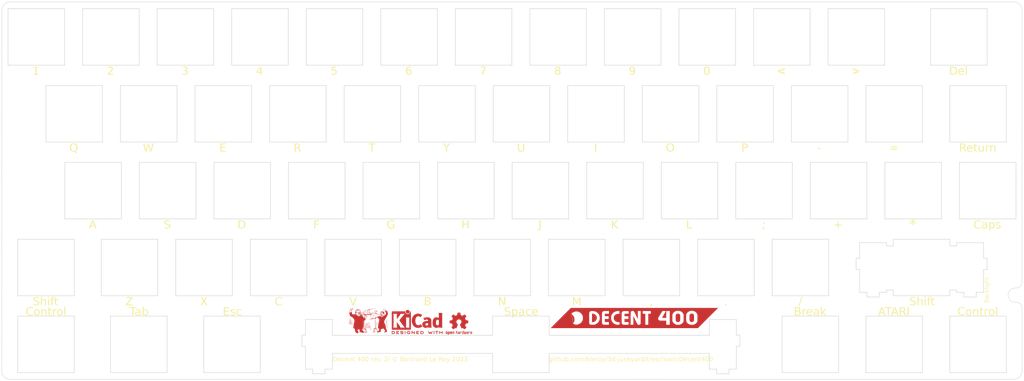
<source format=kicad_pcb>
(kicad_pcb (version 20240108) (generator "pcbnew") (generator_version "8.0")
  (title_block (title "Decent400 Plate") (date "2024-04-14") (rev "2i") (company "Decent Consulting"))
  (layers (0 "F.Cu" signal) (31 "B.Cu" signal) (34 "B.Paste" user) (35 "F.Paste" user) (36 "B.SilkS" user "B.Silkscreen") (37 "F.SilkS" user "F.Silkscreen") (38 "B.Mask" user) (39 "F.Mask" user) (44 "Edge.Cuts" user))
  (net 0 "")
  (footprint "Library:MX-1-25U-Hole-no-silk" (layer "F.Cu") (at 83.996056 117.912532)
    (property "Reference" "SWEsc1" (hide yes))
    (property "Value" "Esc" (hide yes))
    (fp_line (start -7 -7) (end -7 7) (stroke (width 0.12)) (layer "Edge.Cuts"))
    (fp_line (start -7 -7) (end 7 -7) (stroke (width 0.12)) (layer "Edge.Cuts"))
    (fp_line (start -7 7) (end 7 7) (stroke (width 0.12)) (layer "Edge.Cuts"))
    (fp_line (start 7 -7) (end 7 7) (stroke (width 0.12)) (layer "Edge.Cuts"))
  )
  (footprint "Library:MX-1-00U-Hole-no-silk" (layer "F.Cu") (at 123.43551 79.812532)
    (property "Reference" "SWG1" (hide yes))
    (property "Value" "G" (hide yes))
    (fp_line (start -7 -7) (end -7 7) (stroke (width 0.12)) (layer "Edge.Cuts"))
    (fp_line (start -7 -7) (end 7 -7) (stroke (width 0.12)) (layer "Edge.Cuts"))
    (fp_line (start -7 7) (end 7 7) (stroke (width 0.12)) (layer "Edge.Cuts"))
    (fp_line (start 7 -7) (end 7 7) (stroke (width 0.12)) (layer "Edge.Cuts"))
  )
  (footprint "Library:MX-1-00U-Hole-no-silk" (layer "F.Cu") (at 206.258364 98.862532)
    (property "Reference" "SWPeriod1" (hide yes))
    (property "Value" "Period" (hide yes))
    (fp_line (start -7 -7) (end -7 7) (stroke (width 0.12)) (layer "Edge.Cuts"))
    (fp_line (start -7 -7) (end 7 -7) (stroke (width 0.12)) (layer "Edge.Cuts"))
    (fp_line (start -7 7) (end 7 7) (stroke (width 0.12)) (layer "Edge.Cuts"))
    (fp_line (start 7 -7) (end 7 7) (stroke (width 0.12)) (layer "Edge.Cuts"))
  )
  (footprint "Library:MX-1-00U-Hole-no-silk" (layer "F.Cu") (at 238.554068 41.712532)
    (property "Reference" "SWGT1" (hide yes))
    (property "Value" "GreaterThan" (hide yes))
    (fp_line (start -7 -7) (end -7 7) (stroke (width 0.12)) (layer "Edge.Cuts"))
    (fp_line (start -7 -7) (end 7 -7) (stroke (width 0.12)) (layer "Edge.Cuts"))
    (fp_line (start -7 7) (end 7 7) (stroke (width 0.12)) (layer "Edge.Cuts"))
    (fp_line (start 7 -7) (end 7 7) (stroke (width 0.12)) (layer "Edge.Cuts"))
  )
  (footprint "Symbol:OSHW-Logo2_7.3x6mm_Copper" (layer "F.Cu") (at 140.1725 112.812532)
    (property "Reference" "REF**" (hide yes))
    (property "Value" "OSHW-Logo2_7.3x6mm_Copper" (hide yes))
  )
  (footprint "Library:MX-1-00U-Hole-no-silk" (layer "F.Cu") (at 100.292736 60.762532)
    (property "Reference" "SWR1" (hide yes))
    (property "Value" "R" (hide yes))
    (fp_line (start -7 -7) (end -7 7) (stroke (width 0.12)) (layer "Edge.Cuts"))
    (fp_line (start -7 -7) (end 7 -7) (stroke (width 0.12)) (layer "Edge.Cuts"))
    (fp_line (start -7 7) (end 7 7) (stroke (width 0.12)) (layer "Edge.Cuts"))
    (fp_line (start 7 -7) (end 7 7) (stroke (width 0.12)) (layer "Edge.Cuts"))
  )
  (footprint "Library:MX-1-00U-Hole-no-silk" (layer "F.Cu") (at 178.799574 79.812532)
    (property "Reference" "SWK1" (hide yes))
    (property "Value" "K" (hide yes))
    (fp_line (start -7 -7) (end -7 7) (stroke (width 0.12)) (layer "Edge.Cuts"))
    (fp_line (start -7 -7) (end 7 -7) (stroke (width 0.12)) (layer "Edge.Cuts"))
    (fp_line (start -7 7) (end 7 7) (stroke (width 0.12)) (layer "Edge.Cuts"))
    (fp_line (start 7 -7) (end 7 7) (stroke (width 0.12)) (layer "Edge.Cuts"))
  )
  (footprint "Library:MX-1-00U-Hole-no-silk" (layer "F.Cu") (at 146.280628 41.712532)
    (property "Reference" "SW7" (hide yes))
    (property "Value" "7" (hide yes))
    (fp_line (start -7 -7) (end -7 7) (stroke (width 0.12)) (layer "Edge.Cuts"))
    (fp_line (start -7 -7) (end 7 -7) (stroke (width 0.12)) (layer "Edge.Cuts"))
    (fp_line (start -7 7) (end 7 7) (stroke (width 0.12)) (layer "Edge.Cuts"))
    (fp_line (start 7 -7) (end 7 7) (stroke (width 0.12)) (layer "Edge.Cuts"))
  )
  (footprint "Library:MX-1-00U-Hole-no-silk" (layer "F.Cu") (at 77.075548 98.862532)
    (property "Reference" "SWX1" (hide yes))
    (property "Value" "X" (hide yes))
    (fp_line (start -7 -7) (end -7 7) (stroke (width 0.12)) (layer "Edge.Cuts"))
    (fp_line (start -7 -7) (end 7 -7) (stroke (width 0.12)) (layer "Edge.Cuts"))
    (fp_line (start -7 7) (end 7 7) (stroke (width 0.12)) (layer "Edge.Cuts"))
    (fp_line (start 7 -7) (end 7 7) (stroke (width 0.12)) (layer "Edge.Cuts"))
  )
  (footprint "Library:MX-1-00U-Hole-no-silk" (layer "F.Cu") (at 160.344886 79.812532)
    (property "Reference" "SWJ1" (hide yes))
    (property "Value" "J" (hide yes))
    (fp_line (start -7 -7) (end -7 7) (stroke (width 0.12)) (layer "Edge.Cuts"))
    (fp_line (start -7 -7) (end 7 -7) (stroke (width 0.12)) (layer "Edge.Cuts"))
    (fp_line (start -7 7) (end 7 7) (stroke (width 0.12)) (layer "Edge.Cuts"))
    (fp_line (start 7 -7) (end 7 7) (stroke (width 0.12)) (layer "Edge.Cuts"))
  )
  (footprint "Library:MX-1-00U-Hole-no-silk" (layer "F.Cu") (at 183.190004 41.712532)
    (property "Reference" "SW9" (hide yes))
    (property "Value" "9" (hide yes))
    (fp_line (start -7 -7) (end -7 7) (stroke (width 0.12)) (layer "Edge.Cuts"))
    (fp_line (start -7 -7) (end 7 -7) (stroke (width 0.12)) (layer "Edge.Cuts"))
    (fp_line (start -7 7) (end 7 7) (stroke (width 0.12)) (layer "Edge.Cuts"))
    (fp_line (start 7 -7) (end 7 7) (stroke (width 0.12)) (layer "Edge.Cuts"))
  )
  (footprint "Library:MX-1-00U-Hole-no-silk" (layer "F.Cu") (at 137.202112 60.762532)
    (property "Reference" "SWY1" (hide yes))
    (property "Value" "Y" (hide yes))
    (fp_line (start -7 -7) (end -7 7) (stroke (width 0.12)) (layer "Edge.Cuts"))
    (fp_line (start -7 -7) (end 7 -7) (stroke (width 0.12)) (layer "Edge.Cuts"))
    (fp_line (start -7 7) (end 7 7) (stroke (width 0.12)) (layer "Edge.Cuts"))
    (fp_line (start 7 -7) (end 7 7) (stroke (width 0.12)) (layer "Edge.Cuts"))
  )
  (footprint "Library:MX-1-00U-Hole-no-silk" (layer "F.Cu") (at 197.254262 79.812532)
    (property "Reference" "SWL1" (hide yes))
    (property "Value" "L" (hide yes))
    (fp_line (start -7 -7) (end -7 7) (stroke (width 0.12)) (layer "Edge.Cuts"))
    (fp_line (start -7 -7) (end 7 -7) (stroke (width 0.12)) (layer "Edge.Cuts"))
    (fp_line (start -7 7) (end 7 7) (stroke (width 0.12)) (layer "Edge.Cuts"))
    (fp_line (start 7 -7) (end 7 7) (stroke (width 0.12)) (layer "Edge.Cuts"))
  )
  (footprint "Library:MX-1-00U-Hole-no-silk" (layer "F.Cu") (at 187.803676 98.862532)
    (property "Reference" "SWComma1" (hide yes))
    (property "Value" "Comma" (hide yes))
    (fp_line (start -7 -7) (end -7 7) (stroke (width 0.12)) (layer "Edge.Cuts"))
    (fp_line (start -7 -7) (end 7 -7) (stroke (width 0.12)) (layer "Edge.Cuts"))
    (fp_line (start -7 7) (end 7 7) (stroke (width 0.12)) (layer "Edge.Cuts"))
    (fp_line (start 7 -7) (end 7 7) (stroke (width 0.12)) (layer "Edge.Cuts"))
  )
  (footprint "Library:MX-1-00U-Hole-no-silk" (layer "F.Cu") (at 95.530236 98.862532)
    (property "Reference" "SWC1" (hide yes))
    (property "Value" "C" (hide yes))
    (fp_line (start -7 -7) (end -7 7) (stroke (width 0.12)) (layer "Edge.Cuts"))
    (fp_line (start -7 -7) (end 7 -7) (stroke (width 0.12)) (layer "Edge.Cuts"))
    (fp_line (start -7 7) (end 7 7) (stroke (width 0.12)) (layer "Edge.Cuts"))
    (fp_line (start 7 -7) (end 7 7) (stroke (width 0.12)) (layer "Edge.Cuts"))
  )
  (footprint "Library:MX-1-00U-Hole-no-silk" (layer "F.Cu") (at 113.984924 98.862532)
    (property "Reference" "SWV1" (hide yes))
    (property "Value" "V" (hide yes))
    (fp_line (start -7 -7) (end -7 7) (stroke (width 0.12)) (layer "Edge.Cuts"))
    (fp_line (start -7 -7) (end 7 -7) (stroke (width 0.12)) (layer "Edge.Cuts"))
    (fp_line (start -7 7) (end 7 7) (stroke (width 0.12)) (layer "Edge.Cuts"))
    (fp_line (start 7 -7) (end 7 7) (stroke (width 0.12)) (layer "Edge.Cuts"))
  )
  (footprint "Library:MX-1-00U-Hole-no-silk" (layer "F.Cu") (at 54.007188 41.712532)
    (property "Reference" "SW2" (hide yes))
    (property "Value" "2" (hide yes))
    (fp_line (start -7 -7) (end -7 7) (stroke (width 0.12)) (layer "Edge.Cuts"))
    (fp_line (start -7 -7) (end 7 -7) (stroke (width 0.12)) (layer "Edge.Cuts"))
    (fp_line (start -7 7) (end 7 7) (stroke (width 0.12)) (layer "Edge.Cuts"))
    (fp_line (start 7 -7) (end 7 7) (stroke (width 0.12)) (layer "Edge.Cuts"))
  )
  (footprint "Library:MX-1-00U-Hole-no-silk" (layer "F.Cu") (at 49.616758 79.812532)
    (property "Reference" "SWA1" (hide yes))
    (property "Value" "A" (hide yes))
    (fp_line (start -7 -7) (end -7 7) (stroke (width 0.12)) (layer "Edge.Cuts"))
    (fp_line (start -7 -7) (end 7 -7) (stroke (width 0.12)) (layer "Edge.Cuts"))
    (fp_line (start -7 7) (end 7 7) (stroke (width 0.12)) (layer "Edge.Cuts"))
    (fp_line (start 7 -7) (end 7 7) (stroke (width 0.12)) (layer "Edge.Cuts"))
  )
  (footprint "Library:MX-1-00U-Hole-no-silk" (layer "F.Cu") (at 174.111488 60.762532)
    (property "Reference" "SWI1" (hide yes))
    (property "Value" "I" (hide yes))
    (fp_line (start -7 -7) (end -7 7) (stroke (width 0.12)) (layer "Edge.Cuts"))
    (fp_line (start -7 -7) (end 7 -7) (stroke (width 0.12)) (layer "Edge.Cuts"))
    (fp_line (start -7 7) (end 7 7) (stroke (width 0.12)) (layer "Edge.Cuts"))
    (fp_line (start 7 -7) (end 7 7) (stroke (width 0.12)) (layer "Edge.Cuts"))
  )
  (footprint "Library:MX-1-00U-Hole-no-silk" (layer "F.Cu") (at 201.644692 41.712532)
    (property "Reference" "SW0" (hide yes))
    (property "Value" "0" (hide yes))
    (fp_line (start -7 -7) (end -7 7) (stroke (width 0.12)) (layer "Edge.Cuts"))
    (fp_line (start -7 -7) (end 7 -7) (stroke (width 0.12)) (layer "Edge.Cuts"))
    (fp_line (start -7 7) (end 7 7) (stroke (width 0.12)) (layer "Edge.Cuts"))
    (fp_line (start 7 -7) (end 7 7) (stroke (width 0.12)) (layer "Edge.Cuts"))
  )
  (footprint "Library:MX-1-25U-Hole-no-silk" (layer "F.Cu") (at 37.93375 117.912532)
    (property "Reference" "SWCtl1" (hide yes))
    (property "Value" "Control" (hide yes))
    (fp_line (start -7 -7) (end -7 7) (stroke (width 0.12)) (layer "Edge.Cuts"))
    (fp_line (start -7 -7) (end 7 -7) (stroke (width 0.12)) (layer "Edge.Cuts"))
    (fp_line (start -7 7) (end 7 7) (stroke (width 0.12)) (layer "Edge.Cuts"))
    (fp_line (start 7 -7) (end 7 7) (stroke (width 0.12)) (layer "Edge.Cuts"))
  )
  (footprint "Library:MX-1-75U-Hole" (layer "F.Cu") (at 263.929264 41.712532)
    (property "Reference" "SWDel1" (hide yes))
    (property "Value" "Del" (hide yes))
    (fp_line (start -7 -7) (end -7 7) (stroke (width 0.12)) (layer "Edge.Cuts"))
    (fp_line (start -7 -7) (end 7 -7) (stroke (width 0.12)) (layer "Edge.Cuts"))
    (fp_line (start -7 7) (end 7 7) (stroke (width 0.12)) (layer "Edge.Cuts"))
    (fp_line (start 7 -7) (end 7 7) (stroke (width 0.12)) (layer "Edge.Cuts"))
  )
  (footprint "Library:MX-1-00U-Hole-no-silk" (layer "F.Cu") (at 118.747424 60.762532)
    (property "Reference" "SWT1" (hide yes))
    (property "Value" "T" (hide yes))
    (fp_line (start -7 -7) (end -7 7) (stroke (width 0.12)) (layer "Edge.Cuts"))
    (fp_line (start -7 -7) (end 7 -7) (stroke (width 0.12)) (layer "Edge.Cuts"))
    (fp_line (start -7 7) (end 7 7) (stroke (width 0.12)) (layer "Edge.Cuts"))
    (fp_line (start 7 -7) (end 7 7) (stroke (width 0.12)) (layer "Edge.Cuts"))
  )
  (footprint "Library:MX-1-00U-Hole-no-silk" (layer "F.Cu") (at 155.6568 60.762532)
    (property "Reference" "SWU1" (hide yes))
    (property "Value" "U" (hide yes))
    (fp_line (start -7 -7) (end -7 7) (stroke (width 0.12)) (layer "Edge.Cuts"))
    (fp_line (start -7 -7) (end 7 -7) (stroke (width 0.12)) (layer "Edge.Cuts"))
    (fp_line (start -7 7) (end 7 7) (stroke (width 0.12)) (layer "Edge.Cuts"))
    (fp_line (start 7 -7) (end 7 7) (stroke (width 0.12)) (layer "Edge.Cuts"))
  )
  (footprint "Library:MX-1-25U-Hole-no-silk" (layer "F.Cu") (at 37.93375 98.862532)
    (property "Reference" "SWLeftSft1" (hide yes))
    (property "Value" "Shift" (hide yes))
    (fp_line (start -7 -7) (end -7 7) (stroke (width 0.12)) (layer "Edge.Cuts"))
    (fp_line (start -7 -7) (end 7 -7) (stroke (width 0.12)) (layer "Edge.Cuts"))
    (fp_line (start -7 7) (end 7 7) (stroke (width 0.12)) (layer "Edge.Cuts"))
    (fp_line (start 7 -7) (end 7 7) (stroke (width 0.12)) (layer "Edge.Cuts"))
  )
  (footprint "Library:MX-1-00U-Hole-no-silk" (layer "F.Cu") (at 81.838048 60.762532)
    (property "Reference" "SWE1" (hide yes))
    (property "Value" "E" (hide yes))
    (fp_line (start -7 -7) (end -7 7) (stroke (width 0.12)) (layer "Edge.Cuts"))
    (fp_line (start -7 -7) (end 7 -7) (stroke (width 0.12)) (layer "Edge.Cuts"))
    (fp_line (start -7 7) (end 7 7) (stroke (width 0.12)) (layer "Edge.Cuts"))
    (fp_line (start 7 -7) (end 7 7) (stroke (width 0.12)) (layer "Edge.Cuts"))
  )
  (footprint "Library:MX-1-00U-Hole-no-silk" (layer "F.Cu") (at 109.371252 41.712532)
    (property "Reference" "SW5" (hide yes))
    (property "Value" "5" (hide yes))
    (fp_line (start -7 -7) (end -7 7) (stroke (width 0.12)) (layer "Edge.Cuts"))
    (fp_line (start -7 -7) (end 7 -7) (stroke (width 0.12)) (layer "Edge.Cuts"))
    (fp_line (start -7 7) (end 7 7) (stroke (width 0.12)) (layer "Edge.Cuts"))
    (fp_line (start 7 -7) (end 7 7) (stroke (width 0.12)) (layer "Edge.Cuts"))
  )
  (footprint "Library:MX-1-00U-Hole-no-silk" (layer "F.Cu") (at 252.618326 79.812532)
    (property "Reference" "SWStar1" (hide yes))
    (property "Value" "Star" (hide yes))
    (fp_line (start -7 -7) (end -7 7) (stroke (width 0.12)) (layer "Edge.Cuts"))
    (fp_line (start -7 -7) (end 7 -7) (stroke (width 0.12)) (layer "Edge.Cuts"))
    (fp_line (start -7 7) (end 7 7) (stroke (width 0.12)) (layer "Edge.Cuts"))
    (fp_line (start 7 -7) (end 7 7) (stroke (width 0.12)) (layer "Edge.Cuts"))
  )
  (footprint "Library:MX-1-00U-Hole-no-silk" (layer "F.Cu") (at 169.348988 98.862532)
    (property "Reference" "SWM1" (hide yes))
    (property "Value" "M" (hide yes))
    (fp_line (start -7 -7) (end -7 7) (stroke (width 0.12)) (layer "Edge.Cuts"))
    (fp_line (start -7 -7) (end 7 -7) (stroke (width 0.12)) (layer "Edge.Cuts"))
    (fp_line (start -7 7) (end 7 7) (stroke (width 0.12)) (layer "Edge.Cuts"))
    (fp_line (start 7 -7) (end 7 7) (stroke (width 0.12)) (layer "Edge.Cuts"))
  )
  (footprint "Library:MX-1-00U-Hole-no-silk" (layer "F.Cu") (at 104.980822 79.812532)
    (property "Reference" "SWF1" (hide yes))
    (property "Value" "F" (hide yes))
    (fp_line (start -7 -7) (end -7 7) (stroke (width 0.12)) (layer "Edge.Cuts"))
    (fp_line (start -7 -7) (end 7 -7) (stroke (width 0.12)) (layer "Edge.Cuts"))
    (fp_line (start -7 7) (end 7 7) (stroke (width 0.12)) (layer "Edge.Cuts"))
    (fp_line (start 7 -7) (end 7 7) (stroke (width 0.12)) (layer "Edge.Cuts"))
  )
  (footprint "Library:MX-1-25U-Hole-no-silk" (layer "F.Cu") (at 227.168716 117.912532)
    (property "Reference" "SWBrk1" (hide yes))
    (property "Value" "Break" (hide yes))
    (fp_line (start -7 -7) (end -7 7) (stroke (width 0.12)) (layer "Edge.Cuts"))
    (fp_line (start -7 -7) (end 7 -7) (stroke (width 0.12)) (layer "Edge.Cuts"))
    (fp_line (start -7 7) (end 7 7) (stroke (width 0.12)) (layer "Edge.Cuts"))
    (fp_line (start 7 -7) (end 7 7) (stroke (width 0.12)) (layer "Edge.Cuts"))
  )
  (footprint "Library:MX-1-00U-Hole-no-silk" (layer "F.Cu") (at 72.461876 41.712532)
    (property "Reference" "SW3" (hide yes))
    (property "Value" "3" (hide yes))
    (fp_line (start -7 -7) (end -7 7) (stroke (width 0.12)) (layer "Edge.Cuts"))
    (fp_line (start -7 -7) (end 7 -7) (stroke (width 0.12)) (layer "Edge.Cuts"))
    (fp_line (start -7 7) (end 7 7) (stroke (width 0.12)) (layer "Edge.Cuts"))
    (fp_line (start 7 -7) (end 7 7) (stroke (width 0.12)) (layer "Edge.Cuts"))
  )
  (footprint "Symbol:KiCad-Logo2_5mm_Copper" (layer "F.Cu") (at 129.8325 112.352532)
    (property "Reference" "REF**" (hide yes))
    (property "Value" "KiCad-Logo2_5mm_Copper" (hide yes))
  )
  (footprint "Library:MX-1-25U-Hole-no-silk" (layer "F.Cu") (at 60.927696 117.912532)
    (property "Reference" "SWTab1" (hide yes))
    (property "Value" "Tab" (hide yes))
    (fp_line (start -7 -7) (end -7 7) (stroke (width 0.12)) (layer "Edge.Cuts"))
    (fp_line (start -7 -7) (end 7 -7) (stroke (width 0.12)) (layer "Edge.Cuts"))
    (fp_line (start -7 7) (end 7 7) (stroke (width 0.12)) (layer "Edge.Cuts"))
    (fp_line (start 7 -7) (end 7 7) (stroke (width 0.12)) (layer "Edge.Cuts"))
  )
  (footprint "Library:MX-1-00U-Hole-no-silk" (layer "F.Cu") (at 234.163638 79.812532)
    (property "Reference" "SWPlus1" (hide yes))
    (property "Value" "Plus" (hide yes))
    (fp_line (start -7 -7) (end -7 7) (stroke (width 0.12)) (layer "Edge.Cuts"))
    (fp_line (start -7 -7) (end 7 -7) (stroke (width 0.12)) (layer "Edge.Cuts"))
    (fp_line (start -7 7) (end 7 7) (stroke (width 0.12)) (layer "Edge.Cuts"))
    (fp_line (start 7 -7) (end 7 7) (stroke (width 0.12)) (layer "Edge.Cuts"))
  )
  (footprint "LOGO" (layer "F.Cu") (at 117.7525 111.442532)
    (property "Reference" "G***" (hide yes))
    (property "Value" "LOGOGO" (hide yes))
  )
  (footprint "Library:MX-1-00U-Hole-no-silk" (layer "F.Cu") (at 220.09938 41.712532)
    (property "Reference" "SWLT1" (hide yes))
    (property "Value" "LessThan" (hide yes))
    (fp_line (start -7 -7) (end -7 7) (stroke (width 0.12)) (layer "Edge.Cuts"))
    (fp_line (start -7 -7) (end 7 -7) (stroke (width 0.12)) (layer "Edge.Cuts"))
    (fp_line (start -7 7) (end 7 7) (stroke (width 0.12)) (layer "Edge.Cuts"))
    (fp_line (start 7 -7) (end 7 7) (stroke (width 0.12)) (layer "Edge.Cuts"))
  )
  (footprint "Library:MX-1-00U-Hole-no-silk" (layer "F.Cu") (at 164.735316 41.712532)
    (property "Reference" "SW8" (hide yes))
    (property "Value" "8" (hide yes))
    (fp_line (start -7 -7) (end -7 7) (stroke (width 0.12)) (layer "Edge.Cuts"))
    (fp_line (start -7 -7) (end 7 -7) (stroke (width 0.12)) (layer "Edge.Cuts"))
    (fp_line (start -7 7) (end 7 7) (stroke (width 0.12)) (layer "Edge.Cuts"))
    (fp_line (start 7 -7) (end 7 7) (stroke (width 0.12)) (layer "Edge.Cuts"))
  )
  (footprint "Library:MX-1-00U-Hole-no-silk" (layer "F.Cu") (at 215.70895 79.812532)
    (property "Reference" "SWSemi1" (hide yes))
    (property "Value" "Semicolon" (hide yes))
    (fp_line (start -7 -7) (end -7 7) (stroke (width 0.12)) (layer "Edge.Cuts"))
    (fp_line (start -7 -7) (end 7 -7) (stroke (width 0.12)) (layer "Edge.Cuts"))
    (fp_line (start -7 7) (end 7 7) (stroke (width 0.12)) (layer "Edge.Cuts"))
    (fp_line (start 7 -7) (end 7 7) (stroke (width 0.12)) (layer "Edge.Cuts"))
  )
  (footprint "Library:MX-1-00U-Hole-no-silk" (layer "F.Cu") (at 247.93024 117.912532)
    (property "Reference" "SWInv1" (hide yes))
    (property "Value" "Atari" (hide yes))
    (fp_line (start -7 -7) (end -7 7) (stroke (width 0.12)) (layer "Edge.Cuts"))
    (fp_line (start -7 -7) (end 7 -7) (stroke (width 0.12)) (layer "Edge.Cuts"))
    (fp_line (start -7 7) (end 7 7) (stroke (width 0.12)) (layer "Edge.Cuts"))
    (fp_line (start 7 -7) (end 7 7) (stroke (width 0.12)) (layer "Edge.Cuts"))
  )
  (footprint "Library:MX-1-25U-Hole-no-silk" (layer "F.Cu") (at 268.691764 117.912532)
    (property "Reference" "SWCtl2" (hide yes))
    (property "Value" "Control" (hide yes))
    (fp_line (start -7 -7) (end -7 7) (stroke (width 0.12)) (layer "Edge.Cuts"))
    (fp_line (start -7 -7) (end 7 -7) (stroke (width 0.12)) (layer "Edge.Cuts"))
    (fp_line (start -7 7) (end 7 7) (stroke (width 0.12)) (layer "Edge.Cuts"))
    (fp_line (start 7 -7) (end 7 7) (stroke (width 0.12)) (layer "Edge.Cuts"))
  )
  (footprint "Library:MX-1-00U-Hole-no-silk" (layer "F.Cu") (at 63.38336 60.762532)
    (property "Reference" "SWW1" (hide yes))
    (property "Value" "W" (hide yes))
    (fp_line (start -7 -7) (end -7 7) (stroke (width 0.12)) (layer "Edge.Cuts"))
    (fp_line (start -7 -7) (end 7 -7) (stroke (width 0.12)) (layer "Edge.Cuts"))
    (fp_line (start -7 7) (end 7 7) (stroke (width 0.12)) (layer "Edge.Cuts"))
    (fp_line (start 7 -7) (end 7 7) (stroke (width 0.12)) (layer "Edge.Cuts"))
  )
  (footprint "Library:MX-1-00U-Hole-no-silk" (layer "F.Cu") (at 150.8943 98.862532)
    (property "Reference" "SWN1" (hide yes))
    (property "Value" "N" (hide yes))
    (fp_line (start -7 -7) (end -7 7) (stroke (width 0.12)) (layer "Edge.Cuts"))
    (fp_line (start -7 -7) (end 7 -7) (stroke (width 0.12)) (layer "Edge.Cuts"))
    (fp_line (start -7 7) (end 7 7) (stroke (width 0.12)) (layer "Edge.Cuts"))
    (fp_line (start 7 -7) (end 7 7) (stroke (width 0.12)) (layer "Edge.Cuts"))
  )
  (footprint "Library:MX-1-00U-Hole-no-silk" (layer "F.Cu") (at 35.5525 41.712532)
    (property "Reference" "SW1" (hide yes))
    (property "Value" "1" (hide yes))
    (fp_line (start -7 -7) (end -7 7) (stroke (width 0.12)) (layer "Edge.Cuts"))
    (fp_line (start -7 -7) (end 7 -7) (stroke (width 0.12)) (layer "Edge.Cuts"))
    (fp_line (start -7 7) (end 7 7) (stroke (width 0.12)) (layer "Edge.Cuts"))
    (fp_line (start 7 -7) (end 7 7) (stroke (width 0.12)) (layer "Edge.Cuts"))
  )
  (footprint "Library:MX-1-00U-Hole-no-silk" (layer "F.Cu") (at 271.073014 79.812532)
    (property "Reference" "SWCps1" (hide yes))
    (property "Value" "Caps" (hide yes))
    (fp_line (start -7 -7) (end -7 7) (stroke (width 0.12)) (layer "Edge.Cuts"))
    (fp_line (start -7 -7) (end 7 -7) (stroke (width 0.12)) (layer "Edge.Cuts"))
    (fp_line (start -7 7) (end 7 7) (stroke (width 0.12)) (layer "Edge.Cuts"))
    (fp_line (start 7 -7) (end 7 7) (stroke (width 0.12)) (layer "Edge.Cuts"))
  )
  (footprint "Library:MX-1-00U-Hole-no-silk" (layer "F.Cu") (at 44.928672 60.762532)
    (property "Reference" "SWQ1" (hide yes))
    (property "Value" "Q" (hide yes))
    (fp_line (start -7 -7) (end -7 7) (stroke (width 0.12)) (layer "Edge.Cuts"))
    (fp_line (start -7 -7) (end 7 -7) (stroke (width 0.12)) (layer "Edge.Cuts"))
    (fp_line (start -7 7) (end 7 7) (stroke (width 0.12)) (layer "Edge.Cuts"))
    (fp_line (start 7 -7) (end 7 7) (stroke (width 0.12)) (layer "Edge.Cuts"))
  )
  (footprint "Library:MX-1-00U-Hole-no-silk" (layer "F.Cu") (at 127.82594 41.712532)
    (property "Reference" "SW6" (hide yes))
    (property "Value" "6" (hide yes))
    (fp_line (start -7 -7) (end -7 7) (stroke (width 0.12)) (layer "Edge.Cuts"))
    (fp_line (start -7 -7) (end 7 -7) (stroke (width 0.12)) (layer "Edge.Cuts"))
    (fp_line (start -7 7) (end 7 7) (stroke (width 0.12)) (layer "Edge.Cuts"))
    (fp_line (start 7 -7) (end 7 7) (stroke (width 0.12)) (layer "Edge.Cuts"))
  )
  (footprint "Library:MX-1-00U-Hole-no-silk" (layer "F.Cu") (at 86.526134 79.812532)
    (property "Reference" "SWD1" (hide yes))
    (property "Value" "D" (hide yes))
    (fp_line (start -7 -7) (end -7 7) (stroke (width 0.12)) (layer "Edge.Cuts"))
    (fp_line (start -7 -7) (end 7 -7) (stroke (width 0.12)) (layer "Edge.Cuts"))
    (fp_line (start -7 7) (end 7 7) (stroke (width 0.12)) (layer "Edge.Cuts"))
    (fp_line (start 7 -7) (end 7 7) (stroke (width 0.12)) (layer "Edge.Cuts"))
  )
  (footprint "Library:MX-6-25U-Hole" (layer "F.Cu") (at 155.507972 117.912532)
    (property "Reference" "SWSpc1" (hide yes))
    (property "Value" "Space" (hide yes))
    (fp_line (start -54.2164 -2.286) (end -54.2164 0.508) (stroke (width 0.12)) (layer "Edge.Cuts"))
    (fp_line (start -53.33 -6.1468) (end -53.33 -2.286) (stroke (width 0.12)) (layer "Edge.Cuts"))
    (fp_line (start -53.33 -2.286) (end -54.2164 -2.286) (stroke (width 0.12)) (layer "Edge.Cuts"))
    (fp_line (start -53.33 0.508) (end -54.2164 0.508) (stroke (width 0.12)) (layer "Edge.Cuts"))
    (fp_line (start -53.33 0.508) (end -53.33 6.1468) (stroke (width 0.12)) (layer "Edge.Cuts"))
    (fp_line (start -51.524 6.1468) (end -53.33 6.1468) (stroke (width 0.12)) (layer "Edge.Cuts"))
    (fp_line (start -51.524 6.1468) (end -51.524 7.3152) (stroke (width 0.12)) (layer "Edge.Cuts"))
    (fp_line (start -48.476 6.1468) (end -48.476 7.3152) (stroke (width 0.12)) (layer "Edge.Cuts"))
    (fp_line (start -48.476 7.3152) (end -51.524 7.3152) (stroke (width 0.12)) (layer "Edge.Cuts"))
    (fp_line (start -46.67 -6.1468) (end -53.33 -6.1468) (stroke (width 0.12)) (layer "Edge.Cuts"))
    (fp_line (start -46.67 -6.1468) (end -46.67 -2.25) (stroke (width 0.12)) (layer "Edge.Cuts"))
    (fp_line (start -46.67 -2.25) (end -7 -2.25) (stroke (width 0.12)) (layer "Edge.Cuts"))
    (fp_line (start -46.67 2.25) (end -7 2.25) (stroke (width 0.12)) (layer "Edge.Cuts"))
    (fp_line (start -46.67 6.1468) (end -48.476 6.1468) (stroke (width 0.12)) (layer "Edge.Cuts"))
    (fp_line (start -46.67 6.1468) (end -46.67 2.25) (stroke (width 0.12)) (layer "Edge.Cuts"))
    (fp_line (start -7 -7) (end -7 -2.25) (stroke (width 0.12)) (layer "Edge.Cuts"))
    (fp_line (start -7 -7) (end 7 -7) (stroke (width 0.12)) (layer "Edge.Cuts"))
    (fp_line (start -7 7) (end -7 2.25) (stroke (width 0.12)) (layer "Edge.Cuts"))
    (fp_line (start -7 7) (end 7 7) (stroke (width 0.12)) (layer "Edge.Cuts"))
    (fp_line (start 7 -7) (end 7 -2.25) (stroke (width 0.12)) (layer "Edge.Cuts"))
    (fp_line (start 7 7) (end 7 2.25) (stroke (width 0.12)) (layer "Edge.Cuts"))
    (fp_line (start 46.67 -6.1468) (end 46.67 -2.25) (stroke (width 0.12)) (layer "Edge.Cuts"))
    (fp_line (start 46.67 -6.1468) (end 53.33 -6.1468) (stroke (width 0.12)) (layer "Edge.Cuts"))
    (fp_line (start 46.67 -2.25) (end 7 -2.25) (stroke (width 0.12)) (layer "Edge.Cuts"))
    (fp_line (start 46.67 2.25) (end 7 2.25) (stroke (width 0.12)) (layer "Edge.Cuts"))
    (fp_line (start 46.67 6.1468) (end 46.67 2.25) (stroke (width 0.12)) (layer "Edge.Cuts"))
    (fp_line (start 46.67 6.1468) (end 48.476 6.1468) (stroke (width 0.12)) (layer "Edge.Cuts"))
    (fp_line (start 48.476 6.1468) (end 48.476 7.3152) (stroke (width 0.12)) (layer "Edge.Cuts"))
    (fp_line (start 48.476 7.3152) (end 51.524 7.3152) (stroke (width 0.12)) (layer "Edge.Cuts"))
    (fp_line (start 51.524 6.1468) (end 51.524 7.3152) (stroke (width 0.12)) (layer "Edge.Cuts"))
    (fp_line (start 51.524 6.1468) (end 53.33 6.1468) (stroke (width 0.12)) (layer "Edge.Cuts"))
    (fp_line (start 53.33 -6.1468) (end 53.33 -2.286) (stroke (width 0.12)) (layer "Edge.Cuts"))
    (fp_line (start 53.33 -2.286) (end 54.2164 -2.286) (stroke (width 0.12)) (layer "Edge.Cuts"))
    (fp_line (start 53.33 0.508) (end 53.33 6.1468) (stroke (width 0.12)) (layer "Edge.Cuts"))
    (fp_line (start 53.33 0.508) (end 54.2164 0.508) (stroke (width 0.12)) (layer "Edge.Cuts"))
    (fp_line (start 54.2164 -2.286) (end 54.2164 0.508) (stroke (width 0.12)) (layer "Edge.Cuts"))
  )
  (footprint "Library:MX-1-00U-Hole-no-silk" (layer "F.Cu") (at 68.071446 79.812532)
    (property "Reference" "SWS1" (hide yes))
    (property "Value" "S" (hide yes))
    (fp_line (start -7 -7) (end -7 7) (stroke (width 0.12)) (layer "Edge.Cuts"))
    (fp_line (start -7 -7) (end 7 -7) (stroke (width 0.12)) (layer "Edge.Cuts"))
    (fp_line (start -7 7) (end 7 7) (stroke (width 0.12)) (layer "Edge.Cuts"))
    (fp_line (start 7 -7) (end 7 7) (stroke (width 0.12)) (layer "Edge.Cuts"))
  )
  (footprint "Library:MX-1-00U-Hole-no-silk" (layer "F.Cu") (at 132.439612 98.862532)
    (property "Reference" "SWB1" (hide yes))
    (property "Value" "B" (hide yes))
    (fp_line (start -7 -7) (end -7 7) (stroke (width 0.12)) (layer "Edge.Cuts"))
    (fp_line (start -7 -7) (end 7 -7) (stroke (width 0.12)) (layer "Edge.Cuts"))
    (fp_line (start -7 7) (end 7 7) (stroke (width 0.12)) (layer "Edge.Cuts"))
    (fp_line (start 7 -7) (end 7 7) (stroke (width 0.12)) (layer "Edge.Cuts"))
  )
  (footprint "Library:MX-1-00U-Hole-no-silk" (layer "F.Cu") (at 247.93024 60.762532)
    (property "Reference" "SWEqual1" (hide yes))
    (property "Value" "Equal" (hide yes))
    (fp_line (start -7 -7) (end -7 7) (stroke (width 0.12)) (layer "Edge.Cuts"))
    (fp_line (start -7 -7) (end 7 -7) (stroke (width 0.12)) (layer "Edge.Cuts"))
    (fp_line (start -7 7) (end 7 7) (stroke (width 0.12)) (layer "Edge.Cuts"))
    (fp_line (start 7 -7) (end 7 7) (stroke (width 0.12)) (layer "Edge.Cuts"))
  )
  (footprint "Library:MX-1-00U-Hole-no-silk" (layer "F.Cu") (at 224.713052 98.862532)
    (property "Reference" "SWSlash1" (hide yes))
    (property "Value" "Slash" (hide yes))
    (fp_line (start -7 -7) (end -7 7) (stroke (width 0.12)) (layer "Edge.Cuts"))
    (fp_line (start -7 -7) (end 7 -7) (stroke (width 0.12)) (layer "Edge.Cuts"))
    (fp_line (start -7 7) (end 7 7) (stroke (width 0.12)) (layer "Edge.Cuts"))
    (fp_line (start 7 -7) (end 7 7) (stroke (width 0.12)) (layer "Edge.Cuts"))
  )
  (footprint "Library:MX-1-25U-Hole-no-silk" (layer "F.Cu") (at 268.691764 60.762532)
    (property "Reference" "SWRet1" (hide yes))
    (property "Value" "Return" (hide yes))
    (fp_line (start -7 -7) (end -7 7) (stroke (width 0.12)) (layer "Edge.Cuts"))
    (fp_line (start -7 -7) (end 7 -7) (stroke (width 0.12)) (layer "Edge.Cuts"))
    (fp_line (start -7 7) (end 7 7) (stroke (width 0.12)) (layer "Edge.Cuts"))
    (fp_line (start 7 -7) (end 7 7) (stroke (width 0.12)) (layer "Edge.Cuts"))
  )
  (footprint "Library:MX-1-00U-Hole-no-silk" (layer "F.Cu") (at 229.475552 60.762532)
    (property "Reference" "SWDash1" (hide yes))
    (property "Value" "Dash" (hide yes))
    (fp_line (start -7 -7) (end -7 7) (stroke (width 0.12)) (layer "Edge.Cuts"))
    (fp_line (start -7 -7) (end 7 -7) (stroke (width 0.12)) (layer "Edge.Cuts"))
    (fp_line (start -7 7) (end 7 7) (stroke (width 0.12)) (layer "Edge.Cuts"))
    (fp_line (start 7 -7) (end 7 7) (stroke (width 0.12)) (layer "Edge.Cuts"))
  )
  (footprint "LOGO" (layer "F.Cu") (at 183.6025 111.382532)
    (property "Reference" "G***" (hide yes))
    (property "Value" "LOGO" (hide yes))
  )
  (footprint "Library:MX-1-00U-Hole-no-silk" (layer "F.Cu") (at 141.890198 79.812532)
    (property "Reference" "SWH1" (hide yes))
    (property "Value" "H" (hide yes))
    (fp_line (start -7 -7) (end -7 7) (stroke (width 0.12)) (layer "Edge.Cuts"))
    (fp_line (start -7 -7) (end 7 -7) (stroke (width 0.12)) (layer "Edge.Cuts"))
    (fp_line (start -7 7) (end 7 7) (stroke (width 0.12)) (layer "Edge.Cuts"))
    (fp_line (start 7 -7) (end 7 7) (stroke (width 0.12)) (layer "Edge.Cuts"))
  )
  (footprint "Library:MX-1-00U-Hole-no-silk" (layer "F.Cu") (at 192.566176 60.762532)
    (property "Reference" "SWO1" (hide yes))
    (property "Value" "O" (hide yes))
    (fp_line (start -7 -7) (end -7 7) (stroke (width 0.12)) (layer "Edge.Cuts"))
    (fp_line (start -7 -7) (end 7 -7) (stroke (width 0.12)) (layer "Edge.Cuts"))
    (fp_line (start -7 7) (end 7 7) (stroke (width 0.12)) (layer "Edge.Cuts"))
    (fp_line (start 7 -7) (end 7 7) (stroke (width 0.12)) (layer "Edge.Cuts"))
  )
  (footprint "Library:MX-1-00U-Hole-no-silk" (layer "F.Cu") (at 90.916564 41.712532)
    (property "Reference" "SW4" (hide yes))
    (property "Value" "4" (hide yes))
    (fp_line (start -7 -7) (end -7 7) (stroke (width 0.12)) (layer "Edge.Cuts"))
    (fp_line (start -7 -7) (end 7 -7) (stroke (width 0.12)) (layer "Edge.Cuts"))
    (fp_line (start -7 7) (end 7 7) (stroke (width 0.12)) (layer "Edge.Cuts"))
    (fp_line (start 7 -7) (end 7 7) (stroke (width 0.12)) (layer "Edge.Cuts"))
  )
  (footprint "Library:MX-1-00U-Hole-no-silk" (layer "F.Cu") (at 58.62086 98.862532)
    (property "Reference" "SWZ1" (hide yes))
    (property "Value" "Z" (hide yes))
    (fp_line (start -7 -7) (end -7 7) (stroke (width 0.12)) (layer "Edge.Cuts"))
    (fp_line (start -7 -7) (end 7 -7) (stroke (width 0.12)) (layer "Edge.Cuts"))
    (fp_line (start -7 7) (end 7 7) (stroke (width 0.12)) (layer "Edge.Cuts"))
    (fp_line (start 7 -7) (end 7 7) (stroke (width 0.12)) (layer "Edge.Cuts"))
  )
  (footprint "Library:MX-1-00U-Hole-no-silk" (layer "F.Cu") (at 211.020864 60.762532)
    (property "Reference" "SWP1" (hide yes))
    (property "Value" "P" (hide yes))
    (fp_line (start -7 -7) (end -7 7) (stroke (width 0.12)) (layer "Edge.Cuts"))
    (fp_line (start -7 -7) (end 7 -7) (stroke (width 0.12)) (layer "Edge.Cuts"))
    (fp_line (start -7 7) (end 7 7) (stroke (width 0.12)) (layer "Edge.Cuts"))
    (fp_line (start 7 -7) (end 7 7) (stroke (width 0.12)) (layer "Edge.Cuts"))
  )
  (footprint "Library:MX-2-25U-Hole" (layer "F.Cu") (at 254.70192 98.862532)
    (property "Reference" "SWRightSft1" (hide yes))
    (property "Value" "Shift" (hide yes))
    (fp_line (start -16.2164 -2.286) (end -16.2164 0.508) (stroke (width 0.12)) (layer "Edge.Cuts"))
    (fp_line (start -15.33 -6.1468) (end -15.33 -2.286) (stroke (width 0.12)) (layer "Edge.Cuts"))
    (fp_line (start -15.33 -2.286) (end -16.2164 -2.286) (stroke (width 0.12)) (layer "Edge.Cuts"))
    (fp_line (start -15.33 0.508) (end -16.2164 0.508) (stroke (width 0.12)) (layer "Edge.Cuts"))
    (fp_line (start -15.33 0.508) (end -15.33 6.1468) (stroke (width 0.12)) (layer "Edge.Cuts"))
    (fp_line (start -13.524 6.1468) (end -15.33 6.1468) (stroke (width 0.12)) (layer "Edge.Cuts"))
    (fp_line (start -13.524 6.1468) (end -13.524 7.3152) (stroke (width 0.12)) (layer "Edge.Cuts"))
    (fp_line (start -10.476 6.1468) (end -10.476 7.3152) (stroke (width 0.12)) (layer "Edge.Cuts"))
    (fp_line (start -10.476 7.3152) (end -13.524 7.3152) (stroke (width 0.12)) (layer "Edge.Cuts"))
    (fp_line (start -8.67 -6.1468) (end -15.33 -6.1468) (stroke (width 0.12)) (layer "Edge.Cuts"))
    (fp_line (start -8.67 -6.1468) (end -8.67 -5.334) (stroke (width 0.12)) (layer "Edge.Cuts"))
    (fp_line (start -8.67 -5.334) (end -7 -5.334) (stroke (width 0.12)) (layer "Edge.Cuts"))
    (fp_line (start -8.67 5.588) (end -7 5.588) (stroke (width 0.12)) (layer "Edge.Cuts"))
    (fp_line (start -8.67 6.1468) (end -10.476 6.1468) (stroke (width 0.12)) (layer "Edge.Cuts"))
    (fp_line (start -8.67 6.1468) (end -8.67 5.588) (stroke (width 0.12)) (layer "Edge.Cuts"))
    (fp_line (start -7 -7) (end -7 -5.334) (stroke (width 0.12)) (layer "Edge.Cuts"))
    (fp_line (start -7 -7) (end 7 -7) (stroke (width 0.12)) (layer "Edge.Cuts"))
    (fp_line (start -7 7) (end -7 5.588) (stroke (width 0.12)) (layer "Edge.Cuts"))
    (fp_line (start -7 7) (end 7 7) (stroke (width 0.12)) (layer "Edge.Cuts"))
    (fp_line (start 7 -7) (end 7 -5.334) (stroke (width 0.12)) (layer "Edge.Cuts"))
    (fp_line (start 7 7) (end 7 5.588) (stroke (width 0.12)) (layer "Edge.Cuts"))
    (fp_line (start 8.67 -6.1468) (end 8.67 -5.334) (stroke (width 0.12)) (layer "Edge.Cuts"))
    (fp_line (start 8.67 -6.1468) (end 15.33 -6.1468) (stroke (width 0.12)) (layer "Edge.Cuts"))
    (fp_line (start 8.67 -5.334) (end 7 -5.334) (stroke (width 0.12)) (layer "Edge.Cuts"))
    (fp_line (start 8.67 5.588) (end 7 5.588) (stroke (width 0.12)) (layer "Edge.Cuts"))
    (fp_line (start 8.67 6.1468) (end 8.67 5.588) (stroke (width 0.12)) (layer "Edge.Cuts"))
    (fp_line (start 8.67 6.1468) (end 10.476 6.1468) (stroke (width 0.12)) (layer "Edge.Cuts"))
    (fp_line (start 10.476 6.1468) (end 10.476 7.3152) (stroke (width 0.12)) (layer "Edge.Cuts"))
    (fp_line (start 10.476 7.3152) (end 13.524 7.3152) (stroke (width 0.12)) (layer "Edge.Cuts"))
    (fp_line (start 13.524 6.1468) (end 13.524 7.3152) (stroke (width 0.12)) (layer "Edge.Cuts"))
    (fp_line (start 13.524 6.1468) (end 15.33 6.1468) (stroke (width 0.12)) (layer "Edge.Cuts"))
    (fp_line (start 15.33 -6.1468) (end 15.33 -2.286) (stroke (width 0.12)) (layer "Edge.Cuts"))
    (fp_line (start 15.33 -2.286) (end 16.2164 -2.286) (stroke (width 0.12)) (layer "Edge.Cuts"))
    (fp_line (start 15.33 0.508) (end 15.33 6.1468) (stroke (width 0.12)) (layer "Edge.Cuts"))
    (fp_line (start 15.33 0.508) (end 16.2164 0.508) (stroke (width 0.12)) (layer "Edge.Cuts"))
    (fp_line (start 16.2164 -2.286) (end 16.2164 0.508) (stroke (width 0.12)) (layer "Edge.Cuts"))
  )
  (gr_line (start 27.022502 124.582526) (end 27.032506 35.042534) (stroke (width 0.1)) (layer "Edge.Cuts"))
  (gr_arc (start 278.0825 107.470532) (mid 279.14316 107.909872) (end 279.5825 108.970532) (stroke (width 0.1)) (layer "Edge.Cuts"))
  (gr_line (start 29.032506 33.042534) (end 277.5725 33.042534) (stroke (width 0.1)) (layer "Edge.Cuts"))
  (gr_line (start 278.0825 107.470532) (end 277.8685 107.470532) (stroke (width 0.1)) (layer "Edge.Cuts"))
  (gr_arc (start 279.5825 124.562532) (mid 278.996714 125.976745) (end 277.5825 126.562532) (stroke (width 0.1)) (layer "Edge.Cuts"))
  (gr_line (start 279.5825 108.970532) (end 279.5825 124.562532) (stroke (width 0.1)) (layer "Edge.Cuts"))
  (gr_line (start 277.5825 126.562532) (end 29.022502 126.582526) (stroke (width 0.1)) (layer "Edge.Cuts"))
  (gr_arc (start 27.032506 35.042534) (mid 27.618292 33.628321) (end 29.032506 33.042534) (stroke (width 0.1)) (layer "Edge.Cuts"))
  (gr_arc (start 277.8685 107.470532) (mid 276.1185 105.720532) (end 277.8685 103.970532) (stroke (width 0.1)) (layer "Edge.Cuts"))
  (gr_line (start 278.0525 103.962532) (end 277.8685 103.970532) (stroke (width 0.1)) (layer "Edge.Cuts"))
  (gr_arc (start 279.5525 102.462532) (mid 279.11316 103.523192) (end 278.0525 103.962532) (stroke (width 0.1)) (layer "Edge.Cuts"))
  (gr_arc (start 277.5725 33.042534) (mid 278.986713 33.62832) (end 279.5725 35.042534) (stroke (width 0.1)) (layer "Edge.Cuts"))
  (gr_line (start 279.5725 35.042534) (end 279.5525 102.462532) (stroke (width 0.1)) (layer "Edge.Cuts"))
  (gr_arc (start 29.022502 126.582526) (mid 27.608289 125.99674) (end 27.022502 124.582526) (stroke (width 0.1)) (layer "Edge.Cuts"))
  (gr_text "3" (at 72.35816 50.262532 0) (layer "F.SilkS") (effects (font (size 2 2))))
  (gr_text "O" (at 192.46246 69.312532 0) (layer "F.SilkS") (effects (font (size 2 2))))
  (gr_text ">" (at 238.450352 50.262532 0) (layer "F.SilkS") (effects (font (size 2 2) (thickness 0.4) (bold yes))))
  (gr_text "Caps" (at 270.969298 88.362532 0) (layer "F.SilkS") (effects (font (size 2 2))))
  (gr_text "I" (at 174.007772 69.312532 0) (layer "F.SilkS") (effects (font (size 2 2))))
  (gr_text "M" (at 169.319686 107.412532 0) (layer "F.SilkS") (effects (font (size 2 2))))
  (gr_text "J" (at 160.24117 88.362532 0) (layer "F.SilkS") (effects (font (size 2 2))))
  (gr_text "Del" (at 263.825548 50.262532 0) (layer "F.SilkS") (effects (font (size 2 2))))
  (gr_text "/" (at 224.68375 107.412532 0) (layer "F.SilkS") (effects (font (size 2 2))))
  (gr_text "T" (at 118.643708 69.312532 0) (layer "F.SilkS") (effects (font (size 2 2))))
  (gr_text "W" (at 63.279644 69.312532 0) (layer "F.SilkS") (effects (font (size 2 2))))
  (gr_text "7" (at 146.176912 50.262532 0) (layer "F.SilkS") (effects (font (size 2 2))))
  (gr_text "S" (at 67.96773 88.362532 0) (layer "F.SilkS") (effects (font (size 2 2))))
  (gr_text "Control" (at 37.93375 109.912532 0) (layer "F.SilkS") (effects (font (size 2 2))))
  (gr_text "<" (at 219.995664 50.262532 0) (layer "F.SilkS") (effects (font (size 2 2) (thickness 0.4) (bold yes))))
  (gr_text "Return" (at 268.588048 69.312532 0) (layer "F.SilkS") (effects (font (size 2 2))))
  (gr_text "Shift" (at 254.821446 107.412532 0) (layer "F.SilkS") (effects (font (size 2 2))))
  (gr_text "Y" (at 137.098396 69.312532 0) (layer "F.SilkS") (effects (font (size 2 2))))
  (gr_text "4" (at 90.812848 50.262532 0) (layer "F.SilkS") (effects (font (size 2 2))))
  (gr_text "0" (at 201.540976 50.262532 0) (layer "F.SilkS") (effects (font (size 2 2))))
  (gr_text "8" (at 164.6316 50.262532 0) (layer "F.SilkS") (effects (font (size 2 2))))
  (gr_text ";" (at 215.605234 88.362532 0) (layer "F.SilkS") (effects (font (size 2 2))))
  (gr_text "Shift" (at 37.830034 107.412532 0) (layer "F.SilkS") (effects (font (size 2 2))))
  (gr_text "P" (at 210.917148 69.312532 0) (layer "F.SilkS") (effects (font (size 2 2))))
  (gr_text "Backlight" (at 270.3025 107.712532 90) (layer "F.SilkS") (effects (font (size 1 1)) (justify left top)))
  (gr_text "Control" (at 268.61735 109.912532 0) (layer "F.SilkS") (effects (font (size 2 2))))
  (gr_text "9" (at 183.086288 50.262532 0) (layer "F.SilkS") (effects (font (size 2 2))))
  (gr_text "C" (at 95.500934 107.412532 0) (layer "F.SilkS") (effects (font (size 2 2))))
  (gr_text "G" (at 123.331794 88.362532 0) (layer "F.SilkS") (effects (font (size 2 2))))
  (gr_text "1" (at 35.448784 50.262532 0) (layer "F.SilkS") (effects (font (size 2 2))))
  (gr_text "+" (at 234.059922 88.362532 0) (layer "F.SilkS") (effects (font (size 2 2))))
  (gr_text "A" (at 49.513042 88.362532 0) (layer "F.SilkS") (effects (font (size 2 2))))
  (gr_text "Tab" (at 61.00211 109.912532 0) (layer "F.SilkS") (effects (font (size 2 2))))
  (gr_text "U" (at 155.553084 69.312532 0) (layer "F.SilkS") (effects (font (size 2 2))))
  (gr_text "L" (at 197.150546 88.362532 0) (layer "F.SilkS") (effects (font (size 2 2))))
  (gr_text "ATARI" (at 247.855826 109.912532 0) (layer "F.SilkS") (effects (font (size 2 2))))
  (gr_text "H" (at 141.786482 88.362532 0) (layer "F.SilkS") (effects (font (size 2 2))))
  (gr_text "F" (at 104.877106 88.362532 0) (layer "F.SilkS") (effects (font (size 2 2))))
  (gr_text "E" (at 81.734332 69.312532 0) (layer "F.SilkS") (effects (font (size 2 2))))
  (gr_text "5" (at 109.267536 50.262532 0) (layer "F.SilkS") (effects (font (size 2 2))))
  (gr_text "R" (at 100.18902 69.312532 0) (layer "F.SilkS") (effects (font (size 2 2))))
  (gr_text "Z" (at 58.591558 107.412532 0) (layer "F.SilkS") (effects (font (size 2 2))))
  (gr_text "B" (at 132.41031 107.412532 0) (layer "F.SilkS") (effects (font (size 2 2))))
  (gr_text "," (at 187.774374 107.412532 0) (layer "F.SilkS") (effects (font (size 2 2))))
  (gr_text "D" (at 86.422418 88.362532 0) (layer "F.SilkS") (effects (font (size 2 2))))
  (gr_text "Decent 400 rev. 2i © Bertrand Le Roy 2023" (at 108.93375 121.662532 0) (layer "F.SilkS") (effects (font (size 1.1 1.1)) (justify left)))
  (gr_text "github.com/bleroy/3d-junkyard/tree/main/Decent400" (at 162.43375 121.662532 0) (layer "F.SilkS") (effects (font (size 1.1 1.1)) (justify left)))
  (gr_text "*" (at 252.51461 88.362532 0) (layer "F.SilkS") (effects (font (size 2.5 2.5))))
  (gr_text "-" (at 229.371836 69.312532 0) (layer "F.SilkS") (effects (font (size 2 2))))
  (gr_text "K" (at 178.695858 88.362532 0) (layer "F.SilkS") (effects (font (size 2 2))))
  (gr_text "Q" (at 44.824956 69.312532 0) (layer "F.SilkS") (effects (font (size 2 2))))
  (gr_text "." (at 206.229062 107.412532 0) (layer "F.SilkS") (effects (font (size 2 2))))
  (gr_text "Break" (at 227.094302 109.912532 0) (layer "F.SilkS") (effects (font (size 2 2))))
  (gr_text "N" (at 150.864998 107.412532 0) (layer "F.SilkS") (effects (font (size 2 2))))
  (gr_text "Space" (at 155.582386 109.912532 0) (layer "F.SilkS") (effects (font (size 2 2))))
  (gr_text "2" (at 53.903472 50.262532 0) (layer "F.SilkS") (effects (font (size 2 2))))
  (gr_text "Esc" (at 84.07047 109.912532 0) (layer "F.SilkS") (effects (font (size 2 2))))
  (gr_text "=" (at 247.826524 69.312532 0) (layer "F.SilkS") (effects (font (size 2 2))))
  (gr_text "X" (at 77.046246 107.412532 0) (layer "F.SilkS") (effects (font (size 2 2))))
  (gr_text "6" (at 127.722224 50.262532 0) (layer "F.SilkS") (effects (font (size 2 2))))
  (gr_text "V" (at 113.955622 107.412532 0) (layer "F.SilkS") (effects (font (size 2 2))))
)
</source>
